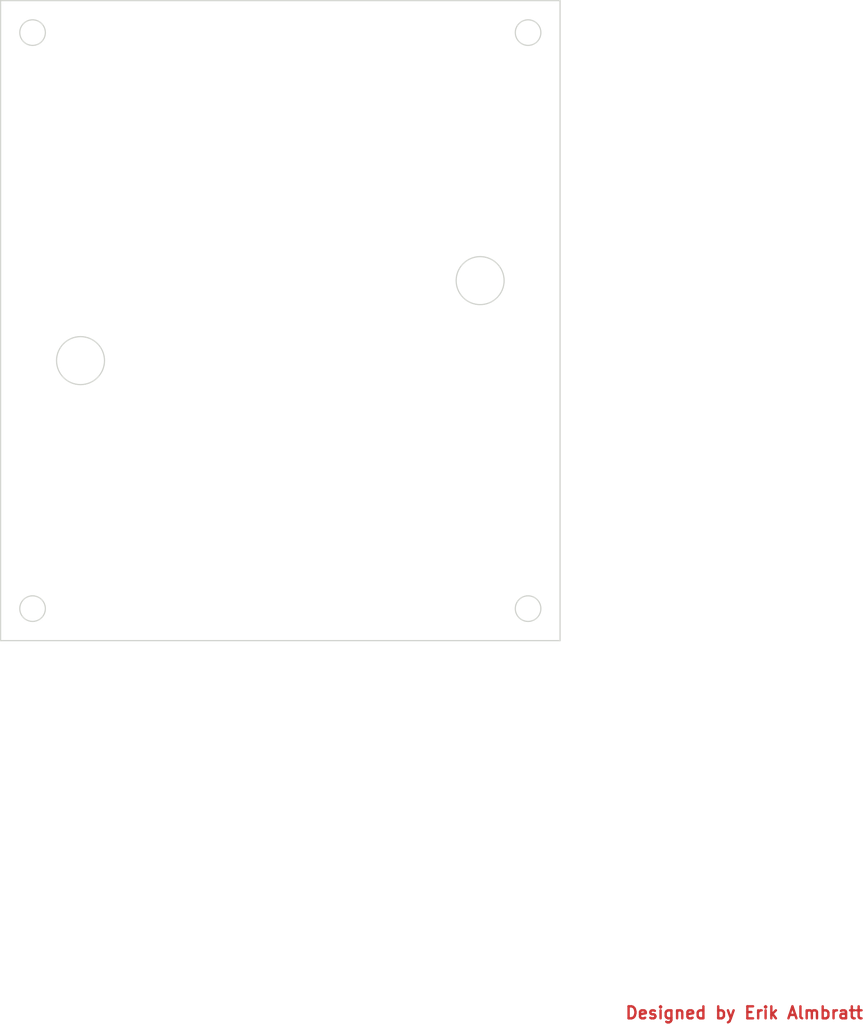
<source format=kicad_pcb>
(kicad_pcb (version 4) (host pcbnew 4.0.7)

  (general
    (links 0)
    (no_connects 0)
    (area 99.924999 49.924999 207.861429 177.88)
    (thickness 1.6)
    (drawings 11)
    (tracks 0)
    (zones 0)
    (modules 0)
    (nets 1)
  )

  (page A4)
  (title_block
    (title "HMI Breakout PCB")
    (date 2018-03-25)
    (rev 1)
    (company "Chalmers Vera Team")
  )

  (layers
    (0 F.Cu signal)
    (31 B.Cu signal)
    (32 B.Adhes user)
    (33 F.Adhes user)
    (34 B.Paste user)
    (35 F.Paste user)
    (36 B.SilkS user)
    (37 F.SilkS user)
    (38 B.Mask user)
    (39 F.Mask user)
    (40 Dwgs.User user)
    (41 Cmts.User user)
    (42 Eco1.User user)
    (43 Eco2.User user)
    (44 Edge.Cuts user)
    (45 Margin user)
    (46 B.CrtYd user)
    (47 F.CrtYd user)
    (48 B.Fab user)
    (49 F.Fab user)
  )

  (setup
    (last_trace_width 0.25)
    (trace_clearance 0.2)
    (zone_clearance 0.508)
    (zone_45_only no)
    (trace_min 0.2)
    (segment_width 0.2)
    (edge_width 0.15)
    (via_size 0.6)
    (via_drill 0.4)
    (via_min_size 0.4)
    (via_min_drill 0.3)
    (uvia_size 0.3)
    (uvia_drill 0.1)
    (uvias_allowed no)
    (uvia_min_size 0.2)
    (uvia_min_drill 0.1)
    (pcb_text_width 0.3)
    (pcb_text_size 1.5 1.5)
    (mod_edge_width 0.15)
    (mod_text_size 1 1)
    (mod_text_width 0.15)
    (pad_size 1.524 1.524)
    (pad_drill 0.762)
    (pad_to_mask_clearance 0.2)
    (aux_axis_origin 0 0)
    (visible_elements FFFFFF7F)
    (pcbplotparams
      (layerselection 0x00030_80000001)
      (usegerberextensions false)
      (excludeedgelayer true)
      (linewidth 0.100000)
      (plotframeref false)
      (viasonmask false)
      (mode 1)
      (useauxorigin false)
      (hpglpennumber 1)
      (hpglpenspeed 20)
      (hpglpendiameter 15)
      (hpglpenoverlay 2)
      (psnegative false)
      (psa4output false)
      (plotreference true)
      (plotvalue true)
      (plotinvisibletext false)
      (padsonsilk false)
      (subtractmaskfromsilk false)
      (outputformat 1)
      (mirror false)
      (drillshape 1)
      (scaleselection 1)
      (outputdirectory ""))
  )

  (net 0 "")

  (net_class Default "This is the default net class."
    (clearance 0.2)
    (trace_width 0.25)
    (via_dia 0.6)
    (via_drill 0.4)
    (uvia_dia 0.3)
    (uvia_drill 0.1)
  )

  (gr_circle (center 166 126) (end 167.6 126) (layer Edge.Cuts) (width 0.15))
  (gr_circle (center 104 126) (end 105.6 126) (layer Edge.Cuts) (width 0.15))
  (gr_circle (center 104 54) (end 105.6 54) (layer Edge.Cuts) (width 0.15))
  (gr_circle (center 166 54) (end 167.6 54) (layer Edge.Cuts) (width 0.15))
  (gr_circle (center 160 85) (end 160 88) (layer Edge.Cuts) (width 0.15))
  (gr_circle (center 110 95) (end 110 98) (layer Edge.Cuts) (width 0.15))
  (gr_line (start 170 50) (end 100 50) (angle 90) (layer Edge.Cuts) (width 0.15))
  (gr_line (start 170 130) (end 170 50) (angle 90) (layer Edge.Cuts) (width 0.15))
  (gr_line (start 100 130) (end 170 130) (angle 90) (layer Edge.Cuts) (width 0.15))
  (gr_line (start 100 50) (end 100 130) (angle 90) (layer Edge.Cuts) (width 0.15))
  (gr_text "Designed by Erik Almbratt" (at 193.04 176.53) (layer F.Cu)
    (effects (font (size 1.5 1.5) (thickness 0.3)))
  )

)

</source>
